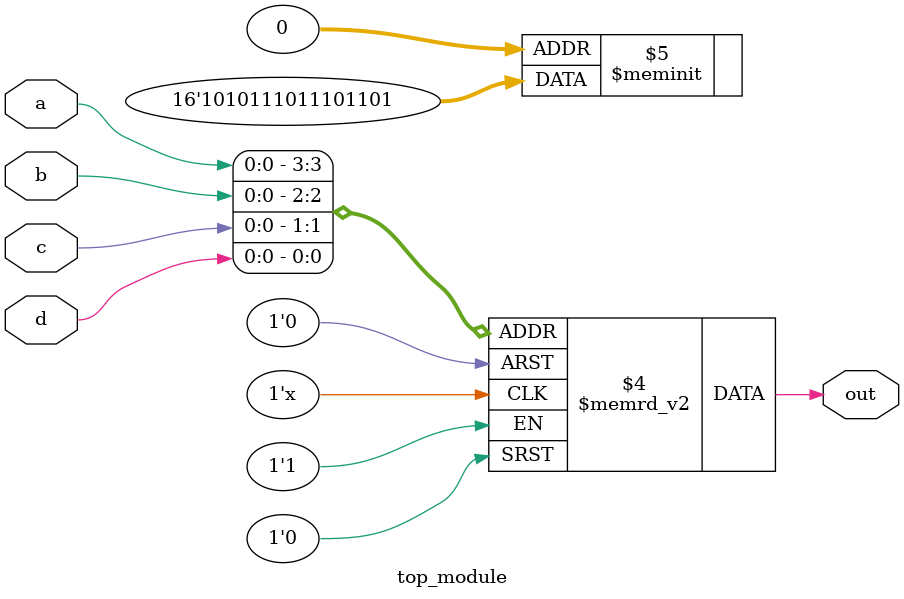
<source format=sv>
module top_module (
    input a, 
    input b,
    input c,
    input d,
    output reg out
);

	always @(*)
	begin
		case({a,b,c,d})
			4'b0000: out = 1'b1;
			4'b0001: out = 1'b0;
			4'b0010: out = 1'b1;
			4'b0011: out = 1'b1;
			4'b0100: out = 1'b0;
			4'b0101: out = 1'b1;
			4'b0110: out = 1'b1;
			4'b0111: out = 1'b1;
			4'b1000: out = 1'b0;
			4'b1001: out = 1'b1;
			4'b1010: out = 1'b1;
			4'b1011: out = 1'b1;
			4'b1100: out = 1'b0;
			4'b1101: out = 1'b1;
			4'b1110: out = 1'b0; // Fix: Changed to 1'b0
			default: out = 1'b1;
		endcase
	end

endmodule

</source>
